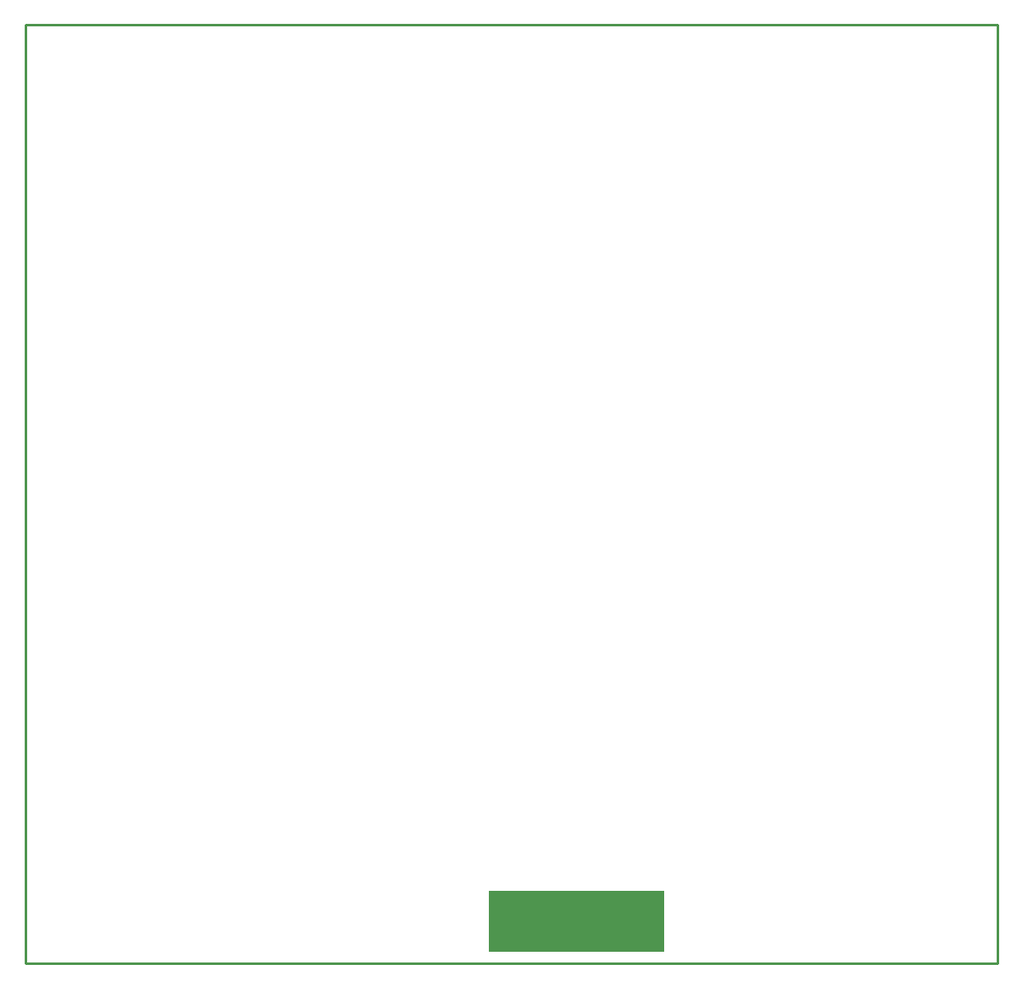
<source format=gko>
G04 Layer_Color=16711935*
%FSLAX44Y44*%
%MOMM*%
G71*
G01*
G75*
%ADD19C,0.2540*%
G36*
X656650Y11650D02*
X476650D01*
Y74650D01*
X656650D01*
Y11650D01*
D02*
G37*
D19*
X0Y0D02*
X1000000D01*
Y965000D01*
X0D02*
X1000000D01*
X0Y0D02*
Y965000D01*
M02*

</source>
